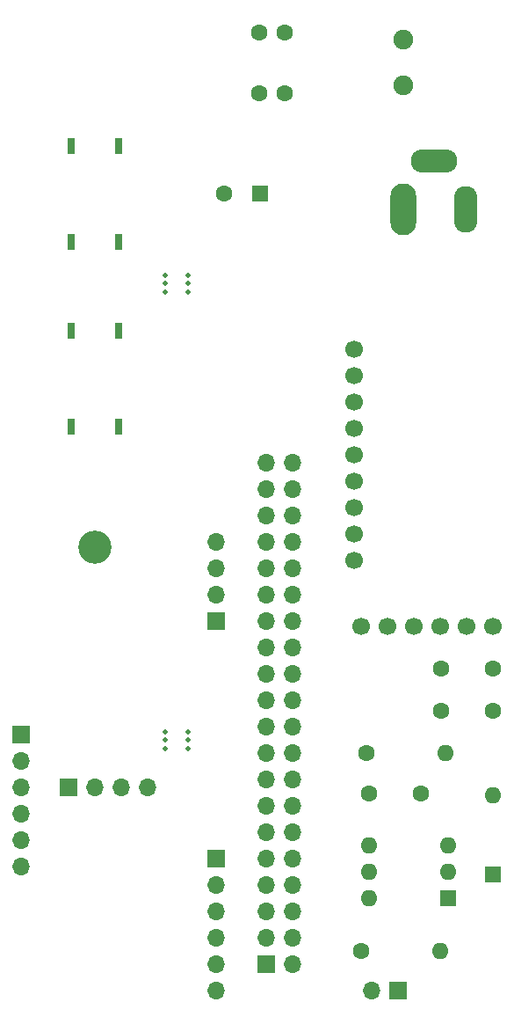
<source format=gts>
%TF.GenerationSoftware,KiCad,Pcbnew,5.99.0+really5.1.9+dfsg1-1*%
%TF.CreationDate,2021-05-08T23:27:45+10:00*%
%TF.ProjectId,minisynth32,6d696e69-7379-46e7-9468-33322e6b6963,1.0*%
%TF.SameCoordinates,Original*%
%TF.FileFunction,Soldermask,Top*%
%TF.FilePolarity,Negative*%
%FSLAX46Y46*%
G04 Gerber Fmt 4.6, Leading zero omitted, Abs format (unit mm)*
G04 Created by KiCad (PCBNEW 5.99.0+really5.1.9+dfsg1-1) date 2021-05-08 23:27:45*
%MOMM*%
%LPD*%
G01*
G04 APERTURE LIST*
%ADD10O,1.700000X1.700000*%
%ADD11R,1.700000X1.700000*%
%ADD12R,0.762000X1.524000*%
%ADD13C,1.905000*%
%ADD14C,1.600200*%
%ADD15O,4.500000X2.250000*%
%ADD16O,2.250000X4.500000*%
%ADD17O,2.500000X5.000000*%
%ADD18C,1.700000*%
%ADD19C,0.500000*%
%ADD20C,3.200000*%
%ADD21O,1.600000X1.600000*%
%ADD22R,1.600000X1.600000*%
%ADD23C,1.600000*%
G04 APERTURE END LIST*
D10*
%TO.C,J7*%
X125476000Y-119634000D03*
X122936000Y-119634000D03*
X120396000Y-119634000D03*
D11*
X117856000Y-119634000D03*
%TD*%
D12*
%TO.C,SW3*%
X122643900Y-67081400D03*
X118148100Y-67081400D03*
X118148100Y-57886600D03*
X122643900Y-57886600D03*
%TD*%
D13*
%TO.C,SW2*%
X150114000Y-47688500D03*
X150114000Y-52082700D03*
D14*
X138684000Y-46939200D03*
X136194800Y-46939200D03*
X138684000Y-52832000D03*
X136194800Y-52832000D03*
%TD*%
D12*
%TO.C,SW1*%
X122643900Y-84861400D03*
X118148100Y-84861400D03*
X118148100Y-75666600D03*
X122643900Y-75666600D03*
%TD*%
D10*
%TO.C,J6*%
X113284000Y-127254000D03*
X113284000Y-124714000D03*
X113284000Y-122174000D03*
X113284000Y-119634000D03*
X113284000Y-117094000D03*
D11*
X113284000Y-114554000D03*
%TD*%
D10*
%TO.C,J5*%
X147066000Y-139192000D03*
D11*
X149606000Y-139192000D03*
%TD*%
D10*
%TO.C,J4*%
X132080000Y-96012000D03*
X132080000Y-98552000D03*
X132080000Y-101092000D03*
D11*
X132080000Y-103632000D03*
%TD*%
D15*
%TO.C,J3*%
X153114000Y-59308000D03*
D16*
X156114000Y-64008000D03*
D17*
X150114000Y-64008000D03*
%TD*%
D10*
%TO.C,J1*%
X132080000Y-139192000D03*
X132080000Y-136652000D03*
X132080000Y-134112000D03*
X132080000Y-131572000D03*
X132080000Y-129032000D03*
D11*
X132080000Y-126492000D03*
%TD*%
D18*
%TO.C,A1*%
X158750000Y-104140000D03*
X156210000Y-104140000D03*
X153670000Y-104140000D03*
X151130000Y-104140000D03*
X148590000Y-104140000D03*
X146050000Y-104140000D03*
X145415000Y-77470000D03*
X145415000Y-80010000D03*
X145415000Y-82550000D03*
X145415000Y-85090000D03*
X145415000Y-87630000D03*
X145415000Y-90170000D03*
X145415000Y-92710000D03*
X145415000Y-95250000D03*
X145415000Y-97790000D03*
%TD*%
D19*
%TO.C,mouse-bite-2.54mm-slot*%
X129370000Y-114262000D03*
X129370000Y-115862000D03*
X127170000Y-115862000D03*
X127170000Y-114262000D03*
X129370000Y-115062000D03*
X127170000Y-115062000D03*
%TD*%
%TO.C,mouse-bite-2.54mm-slot*%
X127170000Y-71120000D03*
X129370000Y-71120000D03*
X127170000Y-70320000D03*
X127170000Y-71920000D03*
X129370000Y-71920000D03*
X129370000Y-70320000D03*
%TD*%
D20*
%TO.C,REF\u002A\u002A*%
X120396000Y-96520000D03*
%TD*%
D21*
%TO.C,U1*%
X146812000Y-130302000D03*
X154432000Y-125222000D03*
X146812000Y-127762000D03*
X154432000Y-127762000D03*
X146812000Y-125222000D03*
D22*
X154432000Y-130302000D03*
%TD*%
D21*
%TO.C,R2*%
X153670000Y-135382000D03*
D23*
X146050000Y-135382000D03*
%TD*%
D21*
%TO.C,R1*%
X154178000Y-116332000D03*
D23*
X146558000Y-116332000D03*
%TD*%
D10*
%TO.C,J2*%
X139446000Y-88392000D03*
X136906000Y-88392000D03*
X139446000Y-90932000D03*
X136906000Y-90932000D03*
X139446000Y-93472000D03*
X136906000Y-93472000D03*
X139446000Y-96012000D03*
X136906000Y-96012000D03*
X139446000Y-98552000D03*
X136906000Y-98552000D03*
X139446000Y-101092000D03*
X136906000Y-101092000D03*
X139446000Y-103632000D03*
X136906000Y-103632000D03*
X139446000Y-106172000D03*
X136906000Y-106172000D03*
X139446000Y-108712000D03*
X136906000Y-108712000D03*
X139446000Y-111252000D03*
X136906000Y-111252000D03*
X139446000Y-113792000D03*
X136906000Y-113792000D03*
X139446000Y-116332000D03*
X136906000Y-116332000D03*
X139446000Y-118872000D03*
X136906000Y-118872000D03*
X139446000Y-121412000D03*
X136906000Y-121412000D03*
X139446000Y-123952000D03*
X136906000Y-123952000D03*
X139446000Y-126492000D03*
X136906000Y-126492000D03*
X139446000Y-129032000D03*
X136906000Y-129032000D03*
X139446000Y-131572000D03*
X136906000Y-131572000D03*
X139446000Y-134112000D03*
X136906000Y-134112000D03*
X139446000Y-136652000D03*
D11*
X136906000Y-136652000D03*
%TD*%
D21*
%TO.C,D1*%
X158750000Y-120396000D03*
D22*
X158750000Y-128016000D03*
%TD*%
D23*
%TO.C,C4*%
X153750000Y-112268000D03*
X158750000Y-112268000D03*
%TD*%
%TO.C,C3*%
X153750000Y-108204000D03*
X158750000Y-108204000D03*
%TD*%
%TO.C,C2*%
X151812000Y-120222000D03*
X146812000Y-120222000D03*
%TD*%
%TO.C,C1*%
X132842000Y-62484000D03*
D22*
X136342000Y-62484000D03*
%TD*%
M02*

</source>
